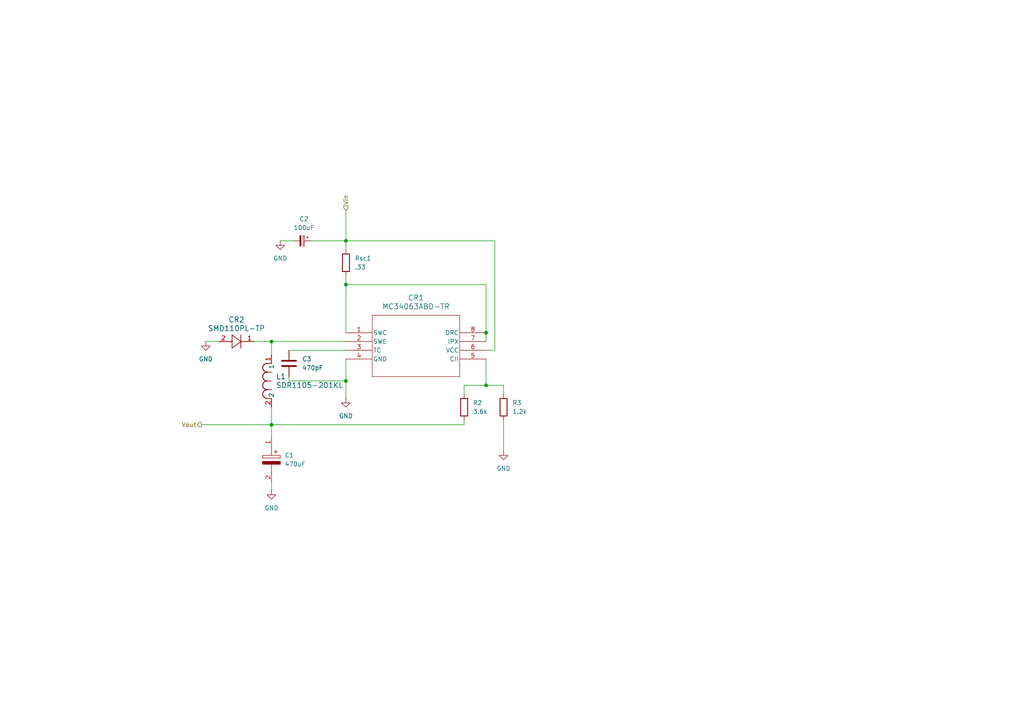
<source format=kicad_sch>
(kicad_sch (version 20250114) (generator "eeschema") (generator_version "9.0")
  (paper "A4")
  (title_block (title "5V Regulator") (date "2025-04-18") (rev "01"))
  (lib_symbols
    (symbol "Device:C" (pin_numbers (hide yes)) (pin_names (offset 0.254))
      (property "Reference" "C" (at 0.635 2.54 0))
      (property "Value" "C" (at 0.635 -2.54 0))
      (symbol "C_0_1"
        (polyline (pts (xy -2.032 0.762) (xy 2.032 0.762)) (stroke (width 0.508)))
        (polyline (pts (xy -2.032 -0.762) (xy 2.032 -0.762)) (stroke (width 0.508)))
      )
      (symbol "C_1_1"
        (pin passive line (at 0 3.81 270) (length 2.794) (name "~") (number "1"))
        (pin passive line (at 0 -3.81 90) (length 2.794) (name "~") (number "2"))
      )
    )
    (symbol "Device:C_Polarized_Small" (pin_numbers (hide yes)) (pin_names (offset 0.254) (hide yes))
      (property "Reference" "C" (at 0.254 1.778 0))
      (property "Value" "C_Polarized_Small" (at 0.254 -2.032 0))
      (symbol "C_Polarized_Small_0_1"
        (rectangle (start -1.524 0.6858) (end 1.524 0.3048))
        (rectangle (start -1.524 -0.3048) (end 1.524 -0.6858) (fill (type outline)))
        (polyline (pts (xy -1.27 1.524) (xy -0.762 1.524)))
        (polyline (pts (xy -1.016 1.27) (xy -1.016 1.778)))
      )
      (symbol "C_Polarized_Small_1_1"
        (pin passive line (at 0 2.54 270) (length 1.8542) (name "~") (number "1"))
        (pin passive line (at 0 -2.54 90) (length 1.8542) (name "~") (number "2"))
      )
    )
    (symbol "Device:R" (pin_numbers (hide yes)) (pin_names (offset 0))
      (property "Reference" "R" (at 2.032 0 90))
      (property "Value" "R" (at 0 0 90))
      (symbol "R_0_1"
        (rectangle (start -1.016 -2.54) (end 1.016 2.54) (stroke (width 0.254)))
      )
      (symbol "R_1_1"
        (pin passive line (at 0 3.81 270) (length 1.27) (name "~") (number "1"))
        (pin passive line (at 0 -3.81 90) (length 1.27) (name "~") (number "2"))
      )
    )
    (symbol "LEDController:ESK477M025AH1EA" (pin_names (offset 0.762))
      (property "Reference" "C" (at 8.89 6.35 0))
      (property "Value" "ESK477M025AH1EA" (at 8.89 3.81 0))
      (symbol "ESK477M025AH1EA_0_0"
        (pin passive line (at 0 0 0) (length 2.54) (name "~") (number "1"))
        (pin passive line (at 12.7 0 180) (length 2.54) (name "~") (number "2"))
      )
      (symbol "ESK477M025AH1EA_0_1"
        (polyline (pts (xy 2.54 0) (xy 5.08 0)) (stroke (width 0.1524)))
        (polyline (pts (xy 4.064 1.778) (xy 4.064 0.762)) (stroke (width 0.1524)))
        (polyline (pts (xy 4.572 1.27) (xy 3.556 1.27)) (stroke (width 0.1524)))
        (polyline (pts (xy 5.08 2.54) (xy 5.08 -2.54) (xy 5.842 -2.54) (xy 5.842 2.54) (xy 5.08 2.54)) (stroke (width 0.1524)))
        (polyline (pts (xy 7.62 2.54) (xy 7.62 -2.54) (xy 6.858 -2.54) (xy 6.858 2.54) (xy 7.62 2.54)) (stroke (width 0.254)) (fill (type outline)))
        (polyline (pts (xy 7.62 0) (xy 10.16 0)) (stroke (width 0.1524)))
      )
    )
    (symbol "LEDController:MC34063ABD-TR" (pin_names (offset 0.254))
      (property "Reference" "CR" (at 20.32 10.16 0))
      (property "Value" "MC34063ABD-TR" (at 20.32 7.62 0))
      (symbol "MC34063ABD-TR_0_1"
        (polyline (pts (xy 7.62 5.08) (xy 7.62 -12.7)) (stroke (width 0.127)))
        (polyline (pts (xy 7.62 -12.7) (xy 33.02 -12.7)) (stroke (width 0.127)))
        (polyline (pts (xy 33.02 5.08) (xy 7.62 5.08)) (stroke (width 0.127)))
        (polyline (pts (xy 33.02 -12.7) (xy 33.02 5.08)) (stroke (width 0.127)))
        (pin unspecified line (at 0 0 0) (length 7.62) (name "SWC") (number "1"))
        (pin unspecified line (at 0 -2.54 0) (length 7.62) (name "SWE") (number "2"))
        (pin unspecified line (at 0 -5.08 0) (length 7.62) (name "TC") (number "3"))
        (pin power_in line (at 0 -7.62 0) (length 7.62) (name "GND") (number "4"))
        (pin unspecified line (at 40.64 0 180) (length 7.62) (name "DRC") (number "8"))
        (pin unspecified line (at 40.64 -2.54 180) (length 7.62) (name "IPX") (number "7"))
        (pin power_in line (at 40.64 -5.08 180) (length 7.62) (name "VCC") (number "6"))
        (pin input line (at 40.64 -7.62 180) (length 7.62) (name "CII") (number "5"))
      )
    )
    (symbol "LEDController:SDR1105-201KL" (pin_names (offset 0.254))
      (property "Reference" "L" (at 6.985 5.08 0))
      (property "Value" "SDR1105-201KL" (at 6.985 -2.54 0))
      (symbol "SDR1105-201KL_1_1"
        (polyline (pts (xy 2.54 0) (xy 2.54 1.27)) (stroke (width 0.2032)))
        (arc (start 2.54 1.27) (mid 3.81 2.5344) (end 5.08 1.27) (stroke (width 0.254)))
        (polyline (pts (xy 5.08 0) (xy 5.08 1.27)) (stroke (width 0.2032)))
        (arc (start 5.08 1.27) (mid 6.35 2.5344) (end 7.62 1.27) (stroke (width 0.254)))
        (polyline (pts (xy 7.62 0) (xy 7.62 1.27)) (stroke (width 0.2032)))
        (arc (start 7.62 1.27) (mid 8.89 2.5344) (end 10.16 1.27) (stroke (width 0.254)))
        (polyline (pts (xy 10.16 0) (xy 10.16 1.27)) (stroke (width 0.2032)))
        (arc (start 10.16 1.27) (mid 11.43 2.5344) (end 12.7 1.27) (stroke (width 0.254)))
        (polyline (pts (xy 12.7 0) (xy 12.7 1.27)) (stroke (width 0.2032)))
        (pin unspecified line (at 0 0 0) (length 2.54) (name "2") (number "2"))
        (pin unspecified line (at 15.24 0 180) (length 2.54) (name "1") (number "1"))
      )
      (symbol "SDR1105-201KL_1_2"
        (arc (start -1.27 10.16) (mid -2.5344 11.43) (end -1.27 12.7) (stroke (width 0.254)))
        (arc (start -1.27 7.62) (mid -2.5344 8.89) (end -1.27 10.16) (stroke (width 0.254)))
        (arc (start -1.27 5.08) (mid -2.5344 6.35) (end -1.27 7.62) (stroke (width 0.254)))
        (arc (start -1.27 2.54) (mid -2.5344 3.81) (end -1.27 5.08) (stroke (width 0.254)))
        (polyline (pts (xy 0 12.7) (xy -1.27 12.7)) (stroke (width 0.2032)))
        (polyline (pts (xy 0 10.16) (xy -1.27 10.16)) (stroke (width 0.2032)))
        (polyline (pts (xy 0 7.62) (xy -1.27 7.62)) (stroke (width 0.2032)))
        (polyline (pts (xy 0 5.08) (xy -1.27 5.08)) (stroke (width 0.2032)))
        (polyline (pts (xy 0 2.54) (xy -1.27 2.54)) (stroke (width 0.2032)))
        (pin unspecified line (at 0 15.24 270) (length 2.54) (name "1") (number "1"))
        (pin unspecified line (at 0 0 90) (length 2.54) (name "2") (number "2"))
      )
    )
    (symbol "LEDController:SMD110PL-TP" (pin_names (offset 0.254))
      (property "Reference" "CR" (at 5.08 4.445 0))
      (property "Value" "SMD110PL-TP" (at 5.08 -3.81 0))
      (symbol "SMD110PL-TP_1_1"
        (polyline (pts (xy 2.54 0) (xy 3.4798 0)) (stroke (width 0.2032)))
        (polyline (pts (xy 3.175 0) (xy 3.81 0)) (stroke (width 0.2032)))
        (polyline (pts (xy 3.81 1.905) (xy 3.81 -1.905)) (stroke (width 0.2032)))
        (polyline (pts (xy 3.81 -1.905) (xy 6.35 0)) (stroke (width 0.2032)))
        (polyline (pts (xy 6.35 0) (xy 3.81 1.905)) (stroke (width 0.2032)))
        (polyline (pts (xy 6.35 0) (xy 7.62 0)) (stroke (width 0.2032)))
        (polyline (pts (xy 6.35 -1.905) (xy 6.35 1.905)) (stroke (width 0.2032)))
        (pin unspecified line (at 0 0 0) (length 2.54) (name "") (number "2"))
        (pin unspecified line (at 10.16 0 180) (length 2.54) (name "") (number "1"))
      )
      (symbol "SMD110PL-TP_1_2"
        (polyline (pts (xy -1.905 3.81) (xy 1.905 3.81)) (stroke (width 0.2032)))
        (polyline (pts (xy 0 6.35) (xy -1.905 3.81)) (stroke (width 0.2032)))
        (polyline (pts (xy 0 6.35) (xy 0 7.62)) (stroke (width 0.2032)))
        (polyline (pts (xy 0 3.175) (xy 0 3.81)) (stroke (width 0.2032)))
        (polyline (pts (xy 0 2.54) (xy 0 3.4798)) (stroke (width 0.2032)))
        (polyline (pts (xy 1.905 6.35) (xy -1.905 6.35)) (stroke (width 0.2032)))
        (polyline (pts (xy 1.905 3.81) (xy 0 6.35)) (stroke (width 0.2032)))
        (pin unspecified line (at 0 10.16 270) (length 2.54) (name "") (number "1"))
        (pin unspecified line (at 0 0 90) (length 2.54) (name "") (number "2"))
      )
    )
    (symbol "power:GND" (power) (pin_numbers (hide yes)) (pin_names (offset 0) (hide yes))
      (property "Value" "GND" (at 0 -3.81 0))
      (symbol "GND_0_1"
        (polyline (pts (xy 0 0) (xy 0 -1.27) (xy 1.27 -1.27) (xy 0 -2.54) (xy -1.27 -1.27) (xy 0 -1.27)))
      )
      (symbol "GND_1_1"
        (pin power_in line (at 0 0 270) (length 0) (name "~") (number "1"))
      )
    )
  )
  (junction (at 78.74 123.19))
  (junction (at 140.97 96.52))
  (junction (at 100.33 110.49))
  (junction (at 100.33 69.85))
  (junction (at 140.97 111.76))
  (junction (at 100.33 82.55))
  (junction (at 78.74 99.06))
  (wire (pts (xy 83.82 110.49) (xy 100.33 110.49)))
  (wire (pts (xy 83.82 101.6) (xy 100.33 101.6)))
  (wire (pts (xy 81.28 69.85) (xy 85.09 69.85)))
  (wire (pts (xy 100.33 82.55) (xy 140.97 82.55)))
  (wire (pts (xy 140.97 111.76) (xy 146.05 111.76)))
  (wire (pts (xy 78.74 123.19) (xy 78.74 127)))
  (wire (pts (xy 146.05 111.76) (xy 146.05 114.3)))
  (wire (pts (xy 78.74 99.06) (xy 100.33 99.06)))
  (wire (pts (xy 100.33 60.96) (xy 100.33 69.85)))
  (wire (pts (xy 83.82 109.22) (xy 83.82 110.49)))
  (wire (pts (xy 140.97 104.14) (xy 140.97 111.76)))
  (wire (pts (xy 140.97 101.6) (xy 143.51 101.6)))
  (wire (pts (xy 143.51 69.85) (xy 100.33 69.85)))
  (wire (pts (xy 100.33 104.14) (xy 100.33 110.49)))
  (wire (pts (xy 134.62 123.19) (xy 134.62 121.92)))
  (wire (pts (xy 134.62 114.3) (xy 134.62 111.76)))
  (wire (pts (xy 78.74 99.06) (xy 78.74 102.87)))
  (wire (pts (xy 73.66 99.06) (xy 78.74 99.06)))
  (wire (pts (xy 140.97 82.55) (xy 140.97 96.52)))
  (wire (pts (xy 134.62 111.76) (xy 140.97 111.76)))
  (wire (pts (xy 78.74 123.19) (xy 134.62 123.19)))
  (wire (pts (xy 146.05 121.92) (xy 146.05 130.81)))
  (wire (pts (xy 100.33 69.85) (xy 100.33 72.39)))
  (wire (pts (xy 90.17 69.85) (xy 100.33 69.85)))
  (wire (pts (xy 143.51 101.6) (xy 143.51 69.85)))
  (wire (pts (xy 78.74 118.11) (xy 78.74 123.19)))
  (wire (pts (xy 59.69 99.06) (xy 63.5 99.06)))
  (wire (pts (xy 78.74 139.7) (xy 78.74 142.24)))
  (wire (pts (xy 100.33 110.49) (xy 100.33 115.57)))
  (wire (pts (xy 100.33 80.01) (xy 100.33 82.55)))
  (wire (pts (xy 100.33 96.52) (xy 100.33 82.55)))
  (wire (pts (xy 140.97 96.52) (xy 140.97 99.06)))
  (wire (pts (xy 58.42 123.19) (xy 78.74 123.19)))
  (hierarchical_label "Vin" (shape input) (at 100.33 60.96 90))
  (hierarchical_label "Vout" (shape output) (at 58.42 123.19 180))
  (symbol (lib_id "power:GND") (at 146.05 130.81 0) (unit 1)
    (property "Reference" "#PWR07" (effects (hide yes)))
    (property "Value" "GND" (at 146.05 135.89 0))
    (property "Description" "Power symbol creates a global label with name \"GND\" , ground" (effects (hide yes)))
  )
  (symbol (lib_id "Device:R") (at 146.05 118.11 0) (unit 1)
    (property "Reference" "R3" (at 148.59 116.8399 0) (effects (justify left)))
    (property "Value" "1.2k" (at 148.59 119.3799 0) (effects (justify left)))
    (property "Footprint" "Resistor_SMD:R_0603_1608Metric_Pad0.98x0.95mm_HandSolder" (effects (hide yes)))
    (property "Description" "Resistor" (effects (hide yes)))
  )
  (symbol (lib_id "power:GND") (at 81.28 69.85 0) (unit 1)
    (property "Reference" "#PWR08" (effects (hide yes)))
    (property "Value" "GND" (at 81.28 74.93 0))
    (property "Description" "Power symbol creates a global label with name \"GND\" , ground" (effects (hide yes)))
  )
  (symbol (lib_id "LEDController:SMD110PL-TP") (at 63.5 99.06 0) (unit 1)
    (property "Reference" "CR2" (at 68.58 92.71 0) (effects (font (size 1.524 1.524))))
    (property "Value" "SMD110PL-TP" (at 68.58 95.25 0) (effects (font (size 1.524 1.524))))
    (property "Footprint" "SOD-123FL_MCC" (effects (hide yes)))
    (property "Datasheet" "SMD110PL-TP" (effects (hide yes)))
  )
  (symbol (lib_id "Device:R") (at 134.62 118.11 0) (unit 1)
    (property "Reference" "R2" (at 137.16 116.8399 0) (effects (justify left)))
    (property "Value" "3.6k" (at 137.16 119.3799 0) (effects (justify left)))
    (property "Footprint" "Resistor_SMD:R_0603_1608Metric_Pad0.98x0.95mm_HandSolder" (effects (hide yes)))
    (property "Description" "Resistor" (effects (hide yes)))
  )
  (symbol (lib_id "Device:C_Polarized_Small") (at 87.63 69.85 270) (unit 1)
    (property "Reference" "C2" (at 88.1761 63.5 90))
    (property "Value" "100uF" (at 88.1761 66.04 90))
    (property "Footprint" "Capacitor_THT:CP_Radial_D5.0mm_P2.50mm" (effects (hide yes)))
    (property "Description" "Polarized capacitor, small symbol" (effects (hide yes)))
  )
  (symbol (lib_id "Device:R") (at 100.33 76.2 0) (unit 1)
    (property "Reference" "Rsc1" (at 102.87 74.9299 0) (effects (justify left)))
    (property "Value" ".33" (at 102.87 77.4699 0) (effects (justify left)))
    (property "Footprint" "Resistor_SMD:R_0603_1608Metric_Pad0.98x0.95mm_HandSolder" (effects (hide yes)))
    (property "Description" "Resistor" (effects (hide yes)))
  )
  (symbol (lib_id "power:GND") (at 78.74 142.24 0) (unit 1)
    (property "Reference" "#PWR06" (effects (hide yes)))
    (property "Value" "GND" (at 78.74 147.32 0))
    (property "Description" "Power symbol creates a global label with name \"GND\" , ground" (effects (hide yes)))
  )
  (symbol (lib_id "LEDController:MC34063ABD-TR") (at 100.33 96.52 0) (unit 1)
    (property "Reference" "CR1" (at 120.65 86.36 0) (effects (font (size 1.524 1.524))))
    (property "Value" "MC34063ABD-TR" (at 120.65 88.9 0) (effects (font (size 1.524 1.524))))
    (property "Footprint" "SO-8_STM" (effects (hide yes)))
    (property "Datasheet" "MC34063ABD-TR" (effects (hide yes)))
  )
  (symbol (lib_id "LEDController:SDR1105-201KL") (at 78.74 118.11 90) (unit 1)
    (property "Reference" "L1" (at 80.01 109.2199 90) (effects (font (size 1.524 1.524)) (justify right)))
    (property "Value" "SDR1105-201KL" (at 80.01 111.7599 90) (effects (font (size 1.524 1.524)) (justify right)))
    (property "Footprint" "IND_BOURNS_SDR1105" (effects (hide yes)))
    (property "Datasheet" "SDR1105-201KL" (effects (hide yes)))
  )
  (symbol (lib_id "Device:C") (at 83.82 105.41 0) (unit 1)
    (property "Reference" "C3" (at 87.63 104.1399 0) (effects (justify left)))
    (property "Value" "470pF" (at 87.63 106.6799 0) (effects (justify left)))
    (property "Footprint" "Capacitor_SMD:C_0603_1608Metric_Pad1.08x0.95mm_HandSolder" (effects (hide yes)))
    (property "Description" "Unpolarized capacitor" (effects (hide yes)))
  )
  (symbol (lib_id "LEDController:ESK477M025AH1EA") (at 78.74 127 270) (unit 1)
    (property "Reference" "C1" (at 82.55 132.0799 90) (effects (justify left)))
    (property "Value" "470uF" (at 82.55 134.6199 90) (effects (justify left)))
    (property "Footprint" "CAPPRD500W60D1000H1350" (effects (hide yes)))
    (property "Datasheet" "https://4donline.ihs.com/images/VipMasterIC/IC/KEME/KEMES12977/KEMES12977-1.pdf?hkey=52A5661711E402568146F3353EA87419" (effects (hide yes)))
    (property "Description" "Cap Aluminum Lytic 470uF 25V 20% (10 X 12mm) Radial 5mm 460mA 2000h 85C Ammo" (effects (hide yes)))
    (property "Description_1" "Cap Aluminum Lytic 470uF 25V 20% (10 X 12mm) Radial 5mm 460mA 2000h 85C Ammo" (effects (hide yes)))
    (property "Height" "13.5" (effects (hide yes)))
    (property "Manufacturer_Name" "KEMET" (effects (hide yes)))
    (property "Manufacturer_Part_Number" "ESK477M025AH1EA" (effects (hide yes)))
    (property "Mouser Part Number" "80-ESK477M025AH1EA" (effects (hide yes)))
    (property "Mouser Price/Stock" "https://www.mouser.co.uk/ProductDetail/KEMET/ESK477M025AH1EA?qs=cAmtI%252BUad4a2z%252BsyhNLYSg%3D%3D" (effects (hide yes)))
    (property "Arrow Part Number" "ESK477M025AH1EA" (effects (hide yes)))
    (property "Arrow Price/Stock" "https://www.arrow.com/en/products/esk477m025ah1ea/kemet-corporation?region=nac" (effects (hide yes)))
  )
  (symbol (lib_id "power:GND") (at 59.69 99.06 0) (unit 1)
    (property "Reference" "#PWR04" (effects (hide yes)))
    (property "Value" "GND" (at 59.69 104.14 0))
    (property "Description" "Power symbol creates a global label with name \"GND\" , ground" (effects (hide yes)))
  )
  (symbol (lib_id "power:GND") (at 100.33 115.57 0) (unit 1)
    (property "Reference" "#PWR09" (effects (hide yes)))
    (property "Value" "GND" (at 100.33 120.65 0))
    (property "Description" "Power symbol creates a global label with name \"GND\" , ground" (effects (hide yes)))
  )
)
</source>
